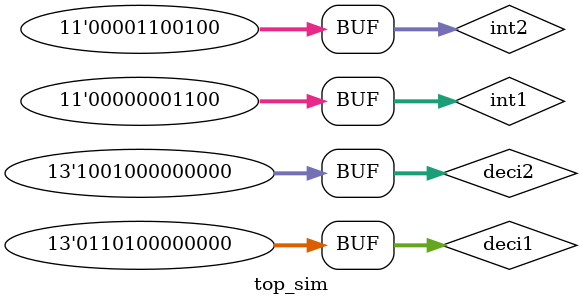
<source format=v>
`timescale 1ns / 1ps


module top_sim();
    `include "h_log_2.vh"
	wire [10:0] result_int;
	wire [12:0] result_deci;
	reg [10:0] int1, int2;
	reg [12:0] deci1, deci2;

	initial begin
		int1 <= 12;
		deci1 <= 'b0110100000000;
		int2 <= 100;
		deci2 <= 'b1001000000000;
	end

	always @(*) begin
		int1 <= 12;
		deci1 <= 'b0110100000000;
		int2 <= 100;
		deci2 <= 'b1001000000000;
	end

	top t (int1, deci1, int2, deci2, result_int, result_deci);
endmodule

</source>
